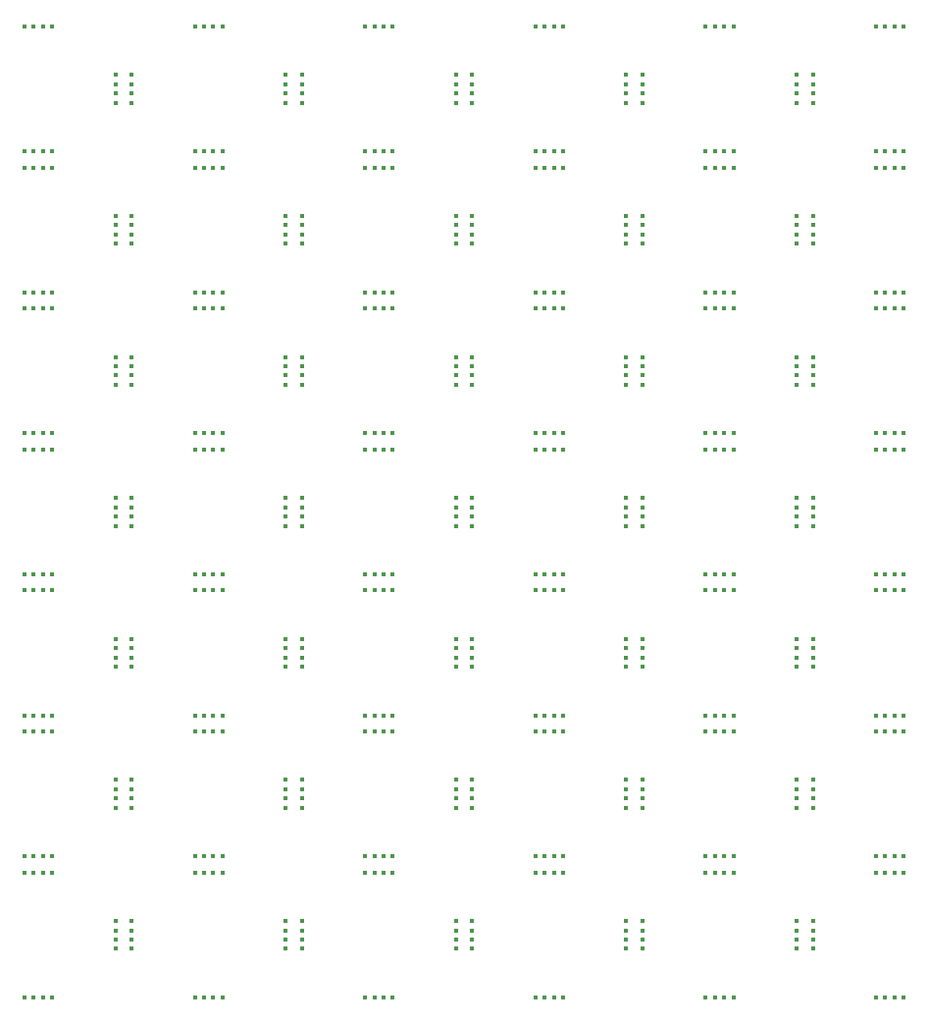
<source format=gbr>
%TF.GenerationSoftware,KiCad,Pcbnew,7.0.10-7.0.10~ubuntu22.04.1*%
%TF.CreationDate,2024-02-05T19:49:33+01:00*%
%TF.ProjectId,ManhattanPanels-SOIC8,4d616e68-6174-4746-916e-50616e656c73,rev?*%
%TF.SameCoordinates,Original*%
%TF.FileFunction,Soldermask,Bot*%
%TF.FilePolarity,Negative*%
%FSLAX46Y46*%
G04 Gerber Fmt 4.6, Leading zero omitted, Abs format (unit mm)*
G04 Created by KiCad (PCBNEW 7.0.10-7.0.10~ubuntu22.04.1) date 2024-02-05 19:49:33*
%MOMM*%
%LPD*%
G01*
G04 APERTURE LIST*
%ADD10C,0.400000*%
G04 APERTURE END LIST*
D10*
%TO.C,KiKit_MB_117_3*%
X126849978Y-99259622D03*
%TD*%
%TO.C,KiKit_MB_139_1*%
X125249978Y-111419508D03*
%TD*%
%TO.C,KiKit_MB_45_3*%
X118400000Y-57000000D03*
%TD*%
%TO.C,KiKit_MB_51_2*%
X126049978Y-62779565D03*
%TD*%
%TO.C,KiKit_MB_94_3*%
X126050000Y-76340000D03*
%TD*%
%TO.C,KiKit_MB_49_2*%
X133100000Y-57800000D03*
%TD*%
%TO.C,KiKit_MB_97_1*%
X147800000Y-82920000D03*
%TD*%
%TO.C,KiKit_MB_109_2*%
X185650000Y-76340000D03*
%TD*%
%TO.C,KiKit_MB_21_1*%
X186450000Y-27700000D03*
%TD*%
%TO.C,KiKit_MB_148_1*%
X163900515Y-104839972D03*
%TD*%
%TO.C,KiKit_MB_28_1*%
X127650000Y-39860000D03*
%TD*%
%TO.C,KiKit_MB_51_4*%
X127649978Y-62779678D03*
%TD*%
%TO.C,KiKit_MB_114_3*%
X119800369Y-94279972D03*
%TD*%
%TO.C,KiKit_MB_46_4*%
X110550000Y-52020000D03*
%TD*%
%TO.C,KiKit_MB_133_1*%
X118400000Y-107240000D03*
%TD*%
%TO.C,KiKit_MB_115_4*%
X133100000Y-92680000D03*
%TD*%
%TO.C,KiKit_MB_120_1*%
X142350000Y-88500000D03*
%TD*%
%TO.C,KiKit_MB_6_3*%
X126050000Y-27700000D03*
%TD*%
%TO.C,KiKit_MB_121_3*%
X141549978Y-99259622D03*
%TD*%
%TO.C,KiKit_MB_28_4*%
X125250000Y-39860000D03*
%TD*%
%TO.C,KiKit_MB_57_4*%
X162500000Y-56200000D03*
%TD*%
%TO.C,KiKit_MB_17_2*%
X177200000Y-33480000D03*
%TD*%
%TO.C,KiKit_MB_31_1*%
X147800000Y-46440000D03*
%TD*%
%TO.C,KiKit_MB_120_4*%
X139950000Y-88500000D03*
%TD*%
%TO.C,KiKit_MB_73_2*%
X126049978Y-74939565D03*
%TD*%
%TO.C,KiKit_MB_20_1*%
X178600515Y-31879973D03*
%TD*%
%TO.C,KiKit_MB_144_2*%
X149200442Y-105639972D03*
%TD*%
%TO.C,KiKit_MB_151_2*%
X170149978Y-111419565D03*
%TD*%
%TO.C,KiKit_MB_60_4*%
X163900296Y-58599972D03*
%TD*%
%TO.C,KiKit_MB_53_4*%
X147800000Y-56200000D03*
%TD*%
%TO.C,KiKit_MB_44_4*%
X186449978Y-50619678D03*
%TD*%
%TO.C,KiKit_MB_46_2*%
X112150000Y-52020000D03*
%TD*%
%TO.C,KiKit_MB_147_1*%
X154649978Y-111419508D03*
%TD*%
%TO.C,KiKit_MB_55_1*%
X139949978Y-62779508D03*
%TD*%
%TO.C,KiKit_MB_61_1*%
X177200000Y-58600000D03*
%TD*%
%TO.C,KiKit_MB_79_1*%
X162500000Y-70760000D03*
%TD*%
%TO.C,KiKit_MB_88_1*%
X184049978Y-74939508D03*
%TD*%
%TO.C,KiKit_MB_139_2*%
X126049978Y-111419565D03*
%TD*%
%TO.C,KiKit_MB_78_1*%
X149200515Y-68359972D03*
%TD*%
%TO.C,KiKit_MB_147_2*%
X155449978Y-111419565D03*
%TD*%
%TO.C,KiKit_MB_99_2*%
X140749978Y-87099565D03*
%TD*%
%TO.C,KiKit_MB_113_2*%
X111349979Y-99259565D03*
%TD*%
%TO.C,KiKit_MB_50_2*%
X126850000Y-52020000D03*
%TD*%
%TO.C,KiKit_MB_150_1*%
X171750000Y-100660000D03*
%TD*%
%TO.C,KiKit_MB_78_2*%
X149200442Y-69159972D03*
%TD*%
%TO.C,KiKit_MB_13_1*%
X162500000Y-34280000D03*
%TD*%
%TO.C,KiKit_MB_105_3*%
X177200000Y-81320000D03*
%TD*%
%TO.C,KiKit_MB_74_2*%
X134500442Y-69159972D03*
%TD*%
%TO.C,KiKit_MB_37_1*%
X154649978Y-50619508D03*
%TD*%
%TO.C,KiKit_MB_25_3*%
X112149978Y-50619622D03*
%TD*%
%TO.C,KiKit_MB_152_1*%
X178600515Y-104839972D03*
%TD*%
%TO.C,KiKit_MB_82_3*%
X163900369Y-69959972D03*
%TD*%
%TO.C,KiKit_MB_8_1*%
X134500515Y-31879973D03*
%TD*%
%TO.C,KiKit_MB_66_4*%
X186449978Y-62779678D03*
%TD*%
%TO.C,KiKit_MB_26_1*%
X119800515Y-44039972D03*
%TD*%
%TO.C,KiKit_MB_17_1*%
X177200000Y-34280000D03*
%TD*%
%TO.C,KiKit_MB_104_2*%
X163900442Y-81319972D03*
%TD*%
%TO.C,KiKit_MB_35_1*%
X162500000Y-46440000D03*
%TD*%
%TO.C,KiKit_MB_28_2*%
X126850000Y-39860000D03*
%TD*%
%TO.C,KiKit_MB_30_4*%
X134500296Y-46439972D03*
%TD*%
%TO.C,KiKit_MB_119_3*%
X147800000Y-93480000D03*
%TD*%
%TO.C,KiKit_MB_154_3*%
X185649978Y-111419622D03*
%TD*%
%TO.C,KiKit_MB_76_4*%
X139950000Y-64180000D03*
%TD*%
%TO.C,KiKit_MB_71_1*%
X133100000Y-70760000D03*
%TD*%
%TO.C,KiKit_MB_15_4*%
X157049978Y-38459678D03*
%TD*%
%TO.C,KiKit_MB_63_3*%
X170949978Y-62779622D03*
%TD*%
%TO.C,KiKit_MB_76_2*%
X141550000Y-64180000D03*
%TD*%
%TO.C,KiKit_MB_149_1*%
X177200000Y-107240000D03*
%TD*%
%TO.C,KiKit_MB_77_2*%
X140749978Y-74939565D03*
%TD*%
%TO.C,KiKit_MB_23_1*%
X118400000Y-46440000D03*
%TD*%
%TO.C,KiKit_MB_98_2*%
X141550000Y-76340000D03*
%TD*%
%TO.C,KiKit_MB_145_2*%
X162500000Y-106440000D03*
%TD*%
%TO.C,KiKit_MB_42_4*%
X178600296Y-46439972D03*
%TD*%
%TO.C,KiKit_MB_148_4*%
X163900296Y-107239972D03*
%TD*%
%TO.C,KiKit_MB_125_2*%
X155449978Y-99259565D03*
%TD*%
%TO.C,KiKit_MB_127_3*%
X177200000Y-93480000D03*
%TD*%
%TO.C,KiKit_MB_23_3*%
X118400000Y-44840000D03*
%TD*%
%TO.C,KiKit_MB_7_1*%
X125249978Y-38459508D03*
%TD*%
%TO.C,KiKit_MB_32_2*%
X141550000Y-39860000D03*
%TD*%
%TO.C,KiKit_MB_143_1*%
X139949978Y-111419508D03*
%TD*%
%TO.C,KiKit_MB_21_4*%
X184050000Y-27700000D03*
%TD*%
%TO.C,KiKit_MB_134_1*%
X112950000Y-100660000D03*
%TD*%
%TO.C,KiKit_MB_13_2*%
X162500000Y-33480000D03*
%TD*%
%TO.C,KiKit_MB_73_1*%
X125249978Y-74939508D03*
%TD*%
%TO.C,KiKit_MB_104_4*%
X163900296Y-82919972D03*
%TD*%
%TO.C,KiKit_MB_88_2*%
X184849978Y-74939565D03*
%TD*%
%TO.C,KiKit_MB_24_2*%
X112150000Y-39860000D03*
%TD*%
%TO.C,KiKit_MB_117_2*%
X126049978Y-99259565D03*
%TD*%
%TO.C,KiKit_MB_151_4*%
X171749978Y-111419678D03*
%TD*%
%TO.C,KiKit_MB_127_4*%
X177200000Y-92680000D03*
%TD*%
%TO.C,KiKit_MB_13_4*%
X162500000Y-31880000D03*
%TD*%
%TO.C,KiKit_MB_27_1*%
X133100000Y-46440000D03*
%TD*%
%TO.C,KiKit_MB_154_4*%
X186449978Y-111419678D03*
%TD*%
%TO.C,KiKit_MB_116_4*%
X125250000Y-88500000D03*
%TD*%
%TO.C,KiKit_MB_22_2*%
X184849978Y-38459565D03*
%TD*%
%TO.C,KiKit_MB_77_4*%
X142349978Y-74939678D03*
%TD*%
%TO.C,KiKit_MB_75_2*%
X147800000Y-69960000D03*
%TD*%
%TO.C,KiKit_MB_75_3*%
X147800000Y-69160000D03*
%TD*%
%TO.C,KiKit_MB_116_3*%
X126050000Y-88500000D03*
%TD*%
%TO.C,KiKit_MB_20_3*%
X178600369Y-33479972D03*
%TD*%
%TO.C,KiKit_MB_71_4*%
X133100000Y-68360000D03*
%TD*%
%TO.C,KiKit_MB_145_3*%
X162500000Y-105640000D03*
%TD*%
%TO.C,KiKit_MB_14_1*%
X157050000Y-27700000D03*
%TD*%
%TO.C,KiKit_MB_35_3*%
X162500000Y-44840000D03*
%TD*%
%TO.C,KiKit_MB_31_3*%
X147800000Y-44840000D03*
%TD*%
%TO.C,KiKit_MB_57_3*%
X162500000Y-57000000D03*
%TD*%
%TO.C,KiKit_MB_3_4*%
X112949978Y-38459678D03*
%TD*%
%TO.C,KiKit_MB_11_4*%
X142349978Y-38459678D03*
%TD*%
%TO.C,KiKit_MB_99_3*%
X141549978Y-87099622D03*
%TD*%
%TO.C,KiKit_MB_18_2*%
X170950000Y-27700000D03*
%TD*%
%TO.C,KiKit_MB_79_4*%
X162500000Y-68360000D03*
%TD*%
%TO.C,KiKit_MB_52_3*%
X134500369Y-57799972D03*
%TD*%
%TO.C,KiKit_MB_143_2*%
X140749978Y-111419565D03*
%TD*%
%TO.C,KiKit_MB_112_1*%
X112950000Y-88500000D03*
%TD*%
%TO.C,KiKit_MB_123_3*%
X162500000Y-93480000D03*
%TD*%
%TO.C,KiKit_MB_89_1*%
X118400000Y-82920000D03*
%TD*%
%TO.C,KiKit_MB_64_1*%
X178600515Y-56199972D03*
%TD*%
%TO.C,KiKit_MB_68_3*%
X111350000Y-64180000D03*
%TD*%
%TO.C,KiKit_MB_123_2*%
X162500000Y-94280000D03*
%TD*%
%TO.C,KiKit_MB_102_4*%
X154650000Y-76340000D03*
%TD*%
%TO.C,KiKit_MB_99_4*%
X142349978Y-87099678D03*
%TD*%
%TO.C,KiKit_MB_57_1*%
X162500000Y-58600000D03*
%TD*%
%TO.C,KiKit_MB_47_2*%
X111349979Y-62779565D03*
%TD*%
%TO.C,KiKit_MB_36_1*%
X157050000Y-39860000D03*
%TD*%
%TO.C,KiKit_MB_29_3*%
X126849978Y-50619622D03*
%TD*%
%TO.C,KiKit_MB_98_1*%
X142350000Y-76340000D03*
%TD*%
%TO.C,KiKit_MB_47_1*%
X110549979Y-62779508D03*
%TD*%
%TO.C,KiKit_MB_34_2*%
X149200442Y-44839972D03*
%TD*%
%TO.C,KiKit_MB_73_3*%
X126849978Y-74939622D03*
%TD*%
%TO.C,KiKit_MB_129_4*%
X171749978Y-99259678D03*
%TD*%
%TO.C,KiKit_MB_43_4*%
X184050000Y-39860000D03*
%TD*%
%TO.C,KiKit_MB_153_2*%
X185650000Y-100660000D03*
%TD*%
%TO.C,KiKit_MB_2_2*%
X112150000Y-27700000D03*
%TD*%
%TO.C,KiKit_MB_22_1*%
X184049978Y-38459508D03*
%TD*%
%TO.C,KiKit_MB_52_1*%
X134500515Y-56199972D03*
%TD*%
%TO.C,KiKit_MB_77_1*%
X139949978Y-74939508D03*
%TD*%
%TO.C,KiKit_MB_101_3*%
X162500000Y-81320000D03*
%TD*%
%TO.C,KiKit_MB_89_3*%
X118400000Y-81320000D03*
%TD*%
%TO.C,KiKit_MB_91_4*%
X112949978Y-87099678D03*
%TD*%
%TO.C,KiKit_MB_24_1*%
X112950000Y-39860000D03*
%TD*%
%TO.C,KiKit_MB_21_3*%
X184850000Y-27700000D03*
%TD*%
%TO.C,KiKit_MB_14_4*%
X154650000Y-27700000D03*
%TD*%
%TO.C,KiKit_MB_70_1*%
X119800515Y-68359972D03*
%TD*%
%TO.C,KiKit_MB_112_2*%
X112150000Y-88500000D03*
%TD*%
%TO.C,KiKit_MB_26_4*%
X119800296Y-46439972D03*
%TD*%
%TO.C,KiKit_MB_128_3*%
X170150000Y-88500000D03*
%TD*%
%TO.C,KiKit_MB_54_2*%
X141550000Y-52020000D03*
%TD*%
%TO.C,KiKit_MB_32_3*%
X140750000Y-39860000D03*
%TD*%
%TO.C,KiKit_MB_123_1*%
X162500000Y-95080000D03*
%TD*%
%TO.C,KiKit_MB_120_2*%
X141550000Y-88500000D03*
%TD*%
%TO.C,KiKit_MB_83_4*%
X177200000Y-68360000D03*
%TD*%
%TO.C,KiKit_MB_114_4*%
X119800296Y-95079972D03*
%TD*%
%TO.C,KiKit_MB_55_2*%
X140749978Y-62779565D03*
%TD*%
%TO.C,KiKit_MB_113_4*%
X112949978Y-99259678D03*
%TD*%
%TO.C,KiKit_MB_5_4*%
X133100000Y-31880000D03*
%TD*%
%TO.C,KiKit_MB_100_2*%
X149200442Y-81319972D03*
%TD*%
%TO.C,KiKit_MB_52_4*%
X134500296Y-58599972D03*
%TD*%
%TO.C,KiKit_MB_82_1*%
X163900515Y-68359972D03*
%TD*%
%TO.C,KiKit_MB_39_4*%
X177200000Y-44040000D03*
%TD*%
%TO.C,KiKit_MB_116_2*%
X126850000Y-88500000D03*
%TD*%
%TO.C,KiKit_MB_92_4*%
X119800296Y-82919972D03*
%TD*%
%TO.C,KiKit_MB_109_3*%
X184850000Y-76340000D03*
%TD*%
%TO.C,KiKit_MB_132_4*%
X186449978Y-99259678D03*
%TD*%
%TO.C,KiKit_MB_127_1*%
X177200000Y-95080000D03*
%TD*%
%TO.C,KiKit_MB_40_1*%
X171750000Y-39860000D03*
%TD*%
%TO.C,KiKit_MB_7_4*%
X127649978Y-38459678D03*
%TD*%
%TO.C,KiKit_MB_18_1*%
X171750000Y-27700000D03*
%TD*%
%TO.C,KiKit_MB_70_3*%
X119800369Y-69959972D03*
%TD*%
%TO.C,KiKit_MB_89_2*%
X118400000Y-82120000D03*
%TD*%
%TO.C,KiKit_MB_3_3*%
X112149978Y-38459622D03*
%TD*%
%TO.C,KiKit_MB_104_3*%
X163900369Y-82119972D03*
%TD*%
%TO.C,KiKit_MB_150_2*%
X170950000Y-100660000D03*
%TD*%
%TO.C,KiKit_MB_23_4*%
X118400000Y-44040000D03*
%TD*%
%TO.C,KiKit_MB_129_3*%
X170949978Y-99259622D03*
%TD*%
%TO.C,KiKit_MB_35_4*%
X162500000Y-44040000D03*
%TD*%
%TO.C,KiKit_MB_2_1*%
X112950000Y-27700000D03*
%TD*%
%TO.C,KiKit_MB_38_3*%
X163900369Y-45639972D03*
%TD*%
%TO.C,KiKit_MB_69_2*%
X111349979Y-74939565D03*
%TD*%
%TO.C,KiKit_MB_19_4*%
X171749978Y-38459678D03*
%TD*%
%TO.C,KiKit_MB_72_4*%
X125250000Y-64180000D03*
%TD*%
%TO.C,KiKit_MB_119_1*%
X147800000Y-95080000D03*
%TD*%
%TO.C,KiKit_MB_87_4*%
X184050000Y-64180000D03*
%TD*%
%TO.C,KiKit_MB_1_3*%
X118400000Y-32680000D03*
%TD*%
%TO.C,KiKit_MB_93_3*%
X133100000Y-81320000D03*
%TD*%
%TO.C,KiKit_MB_36_3*%
X155450000Y-39860000D03*
%TD*%
%TO.C,KiKit_MB_82_2*%
X163900442Y-69159972D03*
%TD*%
%TO.C,KiKit_MB_111_1*%
X118400000Y-95080000D03*
%TD*%
%TO.C,KiKit_MB_118_2*%
X134500442Y-93479972D03*
%TD*%
%TO.C,KiKit_MB_65_4*%
X184050000Y-52020000D03*
%TD*%
%TO.C,KiKit_MB_39_3*%
X177200000Y-44840000D03*
%TD*%
%TO.C,KiKit_MB_12_4*%
X149200296Y-34279972D03*
%TD*%
%TO.C,KiKit_MB_101_2*%
X162500000Y-82120000D03*
%TD*%
%TO.C,KiKit_MB_40_3*%
X170150000Y-39860000D03*
%TD*%
%TO.C,KiKit_MB_117_1*%
X125249978Y-99259508D03*
%TD*%
%TO.C,KiKit_MB_10_3*%
X140750000Y-27700000D03*
%TD*%
%TO.C,KiKit_MB_48_3*%
X119800369Y-57799972D03*
%TD*%
%TO.C,KiKit_MB_107_2*%
X170149978Y-87099565D03*
%TD*%
%TO.C,KiKit_MB_10_2*%
X141550000Y-27700000D03*
%TD*%
%TO.C,KiKit_MB_137_3*%
X133100000Y-105640000D03*
%TD*%
%TO.C,KiKit_MB_86_3*%
X178600369Y-69959972D03*
%TD*%
%TO.C,KiKit_MB_16_3*%
X163900369Y-33479972D03*
%TD*%
%TO.C,KiKit_MB_14_2*%
X156250000Y-27700000D03*
%TD*%
%TO.C,KiKit_MB_61_2*%
X177200000Y-57800000D03*
%TD*%
%TO.C,KiKit_MB_42_3*%
X178600369Y-45639972D03*
%TD*%
%TO.C,KiKit_MB_54_1*%
X142350000Y-52020000D03*
%TD*%
%TO.C,KiKit_MB_106_3*%
X170150000Y-76340000D03*
%TD*%
%TO.C,KiKit_MB_29_4*%
X127649978Y-50619678D03*
%TD*%
%TO.C,KiKit_MB_31_4*%
X147800000Y-44040000D03*
%TD*%
%TO.C,KiKit_MB_24_3*%
X111350000Y-39860000D03*
%TD*%
%TO.C,KiKit_MB_125_1*%
X154649978Y-99259508D03*
%TD*%
%TO.C,KiKit_MB_135_4*%
X112949978Y-111419678D03*
%TD*%
%TO.C,KiKit_MB_86_2*%
X178600442Y-69159972D03*
%TD*%
%TO.C,KiKit_MB_96_3*%
X134500369Y-82119972D03*
%TD*%
%TO.C,KiKit_MB_152_4*%
X178600296Y-107239972D03*
%TD*%
%TO.C,KiKit_MB_141_2*%
X147800000Y-106440000D03*
%TD*%
%TO.C,KiKit_MB_36_4*%
X154650000Y-39860000D03*
%TD*%
%TO.C,KiKit_MB_1_4*%
X118400000Y-31880000D03*
%TD*%
%TO.C,KiKit_MB_41_1*%
X169349978Y-50619508D03*
%TD*%
%TO.C,KiKit_MB_101_4*%
X162500000Y-80520000D03*
%TD*%
%TO.C,KiKit_MB_39_1*%
X177200000Y-46440000D03*
%TD*%
%TO.C,KiKit_MB_138_1*%
X127650000Y-100660000D03*
%TD*%
%TO.C,KiKit_MB_75_1*%
X147800000Y-70760000D03*
%TD*%
%TO.C,KiKit_MB_103_3*%
X156249978Y-87099622D03*
%TD*%
%TO.C,KiKit_MB_121_1*%
X139949978Y-99259508D03*
%TD*%
%TO.C,KiKit_MB_5_2*%
X133100000Y-33480000D03*
%TD*%
%TO.C,KiKit_MB_1_2*%
X118400000Y-33480000D03*
%TD*%
%TO.C,KiKit_MB_69_4*%
X112949978Y-74939678D03*
%TD*%
%TO.C,KiKit_MB_137_4*%
X133100000Y-104840000D03*
%TD*%
%TO.C,KiKit_MB_32_4*%
X139950000Y-39860000D03*
%TD*%
%TO.C,KiKit_MB_33_3*%
X141549978Y-50619622D03*
%TD*%
%TO.C,KiKit_MB_31_2*%
X147800000Y-45640000D03*
%TD*%
%TO.C,KiKit_MB_137_2*%
X133100000Y-106440000D03*
%TD*%
%TO.C,KiKit_MB_115_3*%
X133100000Y-93480000D03*
%TD*%
%TO.C,KiKit_MB_67_3*%
X118400000Y-69160000D03*
%TD*%
%TO.C,KiKit_MB_96_4*%
X134500296Y-82919972D03*
%TD*%
%TO.C,KiKit_MB_9_4*%
X147800000Y-31880000D03*
%TD*%
%TO.C,KiKit_MB_11_3*%
X141549978Y-38459622D03*
%TD*%
%TO.C,KiKit_MB_38_4*%
X163900296Y-46439972D03*
%TD*%
%TO.C,KiKit_MB_87_3*%
X184850000Y-64180000D03*
%TD*%
%TO.C,KiKit_MB_141_1*%
X147800000Y-107240000D03*
%TD*%
%TO.C,KiKit_MB_66_2*%
X184849978Y-62779565D03*
%TD*%
%TO.C,KiKit_MB_27_3*%
X133100000Y-44840000D03*
%TD*%
%TO.C,KiKit_MB_30_2*%
X134500442Y-44839972D03*
%TD*%
%TO.C,KiKit_MB_81_3*%
X156249978Y-74939622D03*
%TD*%
%TO.C,KiKit_MB_107_3*%
X170949978Y-87099622D03*
%TD*%
%TO.C,KiKit_MB_114_2*%
X119800442Y-93479972D03*
%TD*%
%TO.C,KiKit_MB_85_4*%
X171749978Y-74939678D03*
%TD*%
%TO.C,KiKit_MB_95_3*%
X126849978Y-87099622D03*
%TD*%
%TO.C,KiKit_MB_34_1*%
X149200515Y-44039972D03*
%TD*%
%TO.C,KiKit_MB_131_1*%
X186450000Y-88500000D03*
%TD*%
%TO.C,KiKit_MB_140_2*%
X134500442Y-105639972D03*
%TD*%
%TO.C,KiKit_MB_93_4*%
X133100000Y-80520000D03*
%TD*%
%TO.C,KiKit_MB_64_3*%
X178600369Y-57799972D03*
%TD*%
%TO.C,KiKit_MB_122_1*%
X149200515Y-92679972D03*
%TD*%
%TO.C,KiKit_MB_55_3*%
X141549978Y-62779622D03*
%TD*%
%TO.C,KiKit_MB_76_1*%
X142350000Y-64180000D03*
%TD*%
%TO.C,KiKit_MB_41_4*%
X171749978Y-50619678D03*
%TD*%
%TO.C,KiKit_MB_66_3*%
X185649978Y-62779622D03*
%TD*%
%TO.C,KiKit_MB_134_4*%
X110550000Y-100660000D03*
%TD*%
%TO.C,KiKit_MB_44_1*%
X184049978Y-50619508D03*
%TD*%
%TO.C,KiKit_MB_27_4*%
X133100000Y-44040000D03*
%TD*%
%TO.C,KiKit_MB_50_1*%
X127650000Y-52020000D03*
%TD*%
%TO.C,KiKit_MB_46_3*%
X111350000Y-52020000D03*
%TD*%
%TO.C,KiKit_MB_63_1*%
X169349978Y-62779508D03*
%TD*%
%TO.C,KiKit_MB_36_2*%
X156250000Y-39860000D03*
%TD*%
%TO.C,KiKit_MB_96_2*%
X134500442Y-81319972D03*
%TD*%
%TO.C,KiKit_MB_15_2*%
X155449978Y-38459565D03*
%TD*%
%TO.C,KiKit_MB_22_4*%
X186449978Y-38459678D03*
%TD*%
%TO.C,KiKit_MB_60_2*%
X163900442Y-56999972D03*
%TD*%
%TO.C,KiKit_MB_144_4*%
X149200296Y-107239972D03*
%TD*%
%TO.C,KiKit_MB_56_4*%
X149200296Y-58599972D03*
%TD*%
%TO.C,KiKit_MB_72_2*%
X126850000Y-64180000D03*
%TD*%
%TO.C,KiKit_MB_66_1*%
X184049978Y-62779508D03*
%TD*%
%TO.C,KiKit_MB_147_4*%
X157049978Y-111419678D03*
%TD*%
%TO.C,KiKit_MB_111_3*%
X118400000Y-93480000D03*
%TD*%
%TO.C,KiKit_MB_18_3*%
X170150000Y-27700000D03*
%TD*%
%TO.C,KiKit_MB_139_4*%
X127649978Y-111419678D03*
%TD*%
%TO.C,KiKit_MB_95_4*%
X127649978Y-87099678D03*
%TD*%
%TO.C,KiKit_MB_62_1*%
X171750000Y-52020000D03*
%TD*%
%TO.C,KiKit_MB_132_3*%
X185649978Y-99259622D03*
%TD*%
%TO.C,KiKit_MB_103_1*%
X154649978Y-87099508D03*
%TD*%
%TO.C,KiKit_MB_19_2*%
X170149978Y-38459565D03*
%TD*%
%TO.C,KiKit_MB_56_1*%
X149200515Y-56199972D03*
%TD*%
%TO.C,KiKit_MB_33_1*%
X139949978Y-50619508D03*
%TD*%
%TO.C,KiKit_MB_136_2*%
X119800442Y-105639972D03*
%TD*%
%TO.C,KiKit_MB_103_2*%
X155449978Y-87099565D03*
%TD*%
%TO.C,KiKit_MB_145_4*%
X162500000Y-104840000D03*
%TD*%
%TO.C,KiKit_MB_8_4*%
X134500296Y-34279972D03*
%TD*%
%TO.C,KiKit_MB_134_2*%
X112150000Y-100660000D03*
%TD*%
%TO.C,KiKit_MB_22_3*%
X185649978Y-38459622D03*
%TD*%
%TO.C,KiKit_MB_62_2*%
X170950000Y-52020000D03*
%TD*%
%TO.C,KiKit_MB_146_1*%
X157050000Y-100660000D03*
%TD*%
%TO.C,KiKit_MB_1_1*%
X118400000Y-34280000D03*
%TD*%
%TO.C,KiKit_MB_10_4*%
X139950000Y-27700000D03*
%TD*%
%TO.C,KiKit_MB_54_4*%
X139950000Y-52020000D03*
%TD*%
%TO.C,KiKit_MB_98_4*%
X139950000Y-76340000D03*
%TD*%
%TO.C,KiKit_MB_104_1*%
X163900515Y-80519972D03*
%TD*%
%TO.C,KiKit_MB_88_3*%
X185649978Y-74939622D03*
%TD*%
%TO.C,KiKit_MB_65_1*%
X186450000Y-52020000D03*
%TD*%
%TO.C,KiKit_MB_84_1*%
X171750000Y-64180000D03*
%TD*%
%TO.C,KiKit_MB_97_4*%
X147800000Y-80520000D03*
%TD*%
%TO.C,KiKit_MB_71_3*%
X133100000Y-69160000D03*
%TD*%
%TO.C,KiKit_MB_50_4*%
X125250000Y-52020000D03*
%TD*%
%TO.C,KiKit_MB_81_1*%
X154649978Y-74939508D03*
%TD*%
%TO.C,KiKit_MB_29_1*%
X125249978Y-50619508D03*
%TD*%
%TO.C,KiKit_MB_146_4*%
X154650000Y-100660000D03*
%TD*%
%TO.C,KiKit_MB_101_1*%
X162500000Y-82920000D03*
%TD*%
%TO.C,KiKit_MB_142_1*%
X142350000Y-100660000D03*
%TD*%
%TO.C,KiKit_MB_107_4*%
X171749978Y-87099678D03*
%TD*%
%TO.C,KiKit_MB_53_2*%
X147800000Y-57800000D03*
%TD*%
%TO.C,KiKit_MB_55_4*%
X142349978Y-62779678D03*
%TD*%
%TO.C,KiKit_MB_23_2*%
X118400000Y-45640000D03*
%TD*%
%TO.C,KiKit_MB_90_1*%
X112950000Y-76340000D03*
%TD*%
%TO.C,KiKit_MB_146_2*%
X156250000Y-100660000D03*
%TD*%
%TO.C,KiKit_MB_135_1*%
X110549979Y-111419508D03*
%TD*%
%TO.C,KiKit_MB_90_2*%
X112150000Y-76340000D03*
%TD*%
%TO.C,KiKit_MB_68_1*%
X112950000Y-64180000D03*
%TD*%
%TO.C,KiKit_MB_121_4*%
X142349978Y-99259678D03*
%TD*%
%TO.C,KiKit_MB_129_1*%
X169349978Y-99259508D03*
%TD*%
%TO.C,KiKit_MB_15_1*%
X154649978Y-38459508D03*
%TD*%
%TO.C,KiKit_MB_125_4*%
X157049978Y-99259678D03*
%TD*%
%TO.C,KiKit_MB_125_3*%
X156249978Y-99259622D03*
%TD*%
%TO.C,KiKit_MB_20_2*%
X178600442Y-32679973D03*
%TD*%
%TO.C,KiKit_MB_25_1*%
X110549979Y-50619508D03*
%TD*%
%TO.C,KiKit_MB_93_1*%
X133100000Y-82920000D03*
%TD*%
%TO.C,KiKit_MB_150_4*%
X169350000Y-100660000D03*
%TD*%
%TO.C,KiKit_MB_12_2*%
X149200442Y-32679973D03*
%TD*%
%TO.C,KiKit_MB_150_3*%
X170150000Y-100660000D03*
%TD*%
%TO.C,KiKit_MB_49_1*%
X133100000Y-58600000D03*
%TD*%
%TO.C,KiKit_MB_41_3*%
X170949978Y-50619622D03*
%TD*%
%TO.C,KiKit_MB_83_3*%
X177200000Y-69160000D03*
%TD*%
%TO.C,KiKit_MB_131_4*%
X184050000Y-88500000D03*
%TD*%
%TO.C,KiKit_MB_25_2*%
X111349979Y-50619565D03*
%TD*%
%TO.C,KiKit_MB_105_2*%
X177200000Y-82120000D03*
%TD*%
%TO.C,KiKit_MB_133_2*%
X118400000Y-106440000D03*
%TD*%
%TO.C,KiKit_MB_84_2*%
X170950000Y-64180000D03*
%TD*%
%TO.C,KiKit_MB_40_2*%
X170950000Y-39860000D03*
%TD*%
%TO.C,KiKit_MB_48_1*%
X119800515Y-56199972D03*
%TD*%
%TO.C,KiKit_MB_128_2*%
X170950000Y-88500000D03*
%TD*%
%TO.C,KiKit_MB_131_3*%
X184850000Y-88500000D03*
%TD*%
%TO.C,KiKit_MB_74_1*%
X134500515Y-68359972D03*
%TD*%
%TO.C,KiKit_MB_152_2*%
X178600442Y-105639972D03*
%TD*%
%TO.C,KiKit_MB_138_4*%
X125250000Y-100660000D03*
%TD*%
%TO.C,KiKit_MB_130_4*%
X178600296Y-95079972D03*
%TD*%
%TO.C,KiKit_MB_72_1*%
X127650000Y-64180000D03*
%TD*%
%TO.C,KiKit_MB_137_1*%
X133100000Y-107240000D03*
%TD*%
%TO.C,KiKit_MB_146_3*%
X155450000Y-100660000D03*
%TD*%
%TO.C,KiKit_MB_53_3*%
X147800000Y-57000000D03*
%TD*%
%TO.C,KiKit_MB_59_3*%
X156249978Y-62779622D03*
%TD*%
%TO.C,KiKit_MB_11_2*%
X140749978Y-38459565D03*
%TD*%
%TO.C,KiKit_MB_44_2*%
X184849978Y-50619565D03*
%TD*%
%TO.C,KiKit_MB_5_3*%
X133100000Y-32680000D03*
%TD*%
%TO.C,KiKit_MB_111_2*%
X118400000Y-94280000D03*
%TD*%
%TO.C,KiKit_MB_120_3*%
X140750000Y-88500000D03*
%TD*%
%TO.C,KiKit_MB_112_4*%
X110550000Y-88500000D03*
%TD*%
%TO.C,KiKit_MB_4_2*%
X119800442Y-32679973D03*
%TD*%
%TO.C,KiKit_MB_135_2*%
X111349979Y-111419565D03*
%TD*%
%TO.C,KiKit_MB_87_1*%
X186450000Y-64180000D03*
%TD*%
%TO.C,KiKit_MB_121_2*%
X140749978Y-99259565D03*
%TD*%
%TO.C,KiKit_MB_50_3*%
X126050000Y-52020000D03*
%TD*%
%TO.C,KiKit_MB_100_4*%
X149200296Y-82919972D03*
%TD*%
%TO.C,KiKit_MB_111_4*%
X118400000Y-92680000D03*
%TD*%
%TO.C,KiKit_MB_136_4*%
X119800296Y-107239972D03*
%TD*%
%TO.C,KiKit_MB_115_2*%
X133100000Y-94280000D03*
%TD*%
%TO.C,KiKit_MB_61_3*%
X177200000Y-57000000D03*
%TD*%
%TO.C,KiKit_MB_81_2*%
X155449978Y-74939565D03*
%TD*%
%TO.C,KiKit_MB_106_1*%
X171750000Y-76340000D03*
%TD*%
%TO.C,KiKit_MB_46_1*%
X112950000Y-52020000D03*
%TD*%
%TO.C,KiKit_MB_105_4*%
X177200000Y-80520000D03*
%TD*%
%TO.C,KiKit_MB_59_1*%
X154649978Y-62779508D03*
%TD*%
%TO.C,KiKit_MB_154_1*%
X184049978Y-111419508D03*
%TD*%
%TO.C,KiKit_MB_61_4*%
X177200000Y-56200000D03*
%TD*%
%TO.C,KiKit_MB_82_4*%
X163900296Y-70759972D03*
%TD*%
%TO.C,KiKit_MB_24_4*%
X110550000Y-39860000D03*
%TD*%
%TO.C,KiKit_MB_11_1*%
X139949978Y-38459508D03*
%TD*%
%TO.C,KiKit_MB_42_2*%
X178600442Y-44839972D03*
%TD*%
%TO.C,KiKit_MB_126_1*%
X163900515Y-92679972D03*
%TD*%
%TO.C,KiKit_MB_97_2*%
X147800000Y-82120000D03*
%TD*%
%TO.C,KiKit_MB_85_1*%
X169349978Y-74939508D03*
%TD*%
%TO.C,KiKit_MB_38_2*%
X163900442Y-44839972D03*
%TD*%
%TO.C,KiKit_MB_76_3*%
X140750000Y-64180000D03*
%TD*%
%TO.C,KiKit_MB_63_4*%
X171749978Y-62779678D03*
%TD*%
%TO.C,KiKit_MB_100_3*%
X149200369Y-82119972D03*
%TD*%
%TO.C,KiKit_MB_41_2*%
X170149978Y-50619565D03*
%TD*%
%TO.C,KiKit_MB_89_4*%
X118400000Y-80520000D03*
%TD*%
%TO.C,KiKit_MB_49_4*%
X133100000Y-56200000D03*
%TD*%
%TO.C,KiKit_MB_116_1*%
X127650000Y-88500000D03*
%TD*%
%TO.C,KiKit_MB_99_1*%
X139949978Y-87099508D03*
%TD*%
%TO.C,KiKit_MB_140_1*%
X134500515Y-104839972D03*
%TD*%
%TO.C,KiKit_MB_88_4*%
X186449978Y-74939678D03*
%TD*%
%TO.C,KiKit_MB_54_3*%
X140750000Y-52020000D03*
%TD*%
%TO.C,KiKit_MB_64_2*%
X178600442Y-56999972D03*
%TD*%
%TO.C,KiKit_MB_78_4*%
X149200296Y-70759972D03*
%TD*%
%TO.C,KiKit_MB_95_2*%
X126049978Y-87099565D03*
%TD*%
%TO.C,KiKit_MB_56_3*%
X149200369Y-57799972D03*
%TD*%
%TO.C,KiKit_MB_81_4*%
X157049978Y-74939678D03*
%TD*%
%TO.C,KiKit_MB_136_3*%
X119800369Y-106439972D03*
%TD*%
%TO.C,KiKit_MB_140_3*%
X134500369Y-106439972D03*
%TD*%
%TO.C,KiKit_MB_42_1*%
X178600515Y-44039972D03*
%TD*%
%TO.C,KiKit_MB_153_1*%
X186450000Y-100660000D03*
%TD*%
%TO.C,KiKit_MB_64_4*%
X178600296Y-58599972D03*
%TD*%
%TO.C,KiKit_MB_115_1*%
X133100000Y-95080000D03*
%TD*%
%TO.C,KiKit_MB_80_2*%
X156250000Y-64180000D03*
%TD*%
%TO.C,KiKit_MB_149_2*%
X177200000Y-106440000D03*
%TD*%
%TO.C,KiKit_MB_33_2*%
X140749978Y-50619565D03*
%TD*%
%TO.C,KiKit_MB_128_1*%
X171750000Y-88500000D03*
%TD*%
%TO.C,KiKit_MB_149_3*%
X177200000Y-105640000D03*
%TD*%
%TO.C,KiKit_MB_124_4*%
X154650000Y-88500000D03*
%TD*%
%TO.C,KiKit_MB_59_2*%
X155449978Y-62779565D03*
%TD*%
%TO.C,KiKit_MB_67_1*%
X118400000Y-70760000D03*
%TD*%
%TO.C,KiKit_MB_118_1*%
X134500515Y-92679972D03*
%TD*%
%TO.C,KiKit_MB_91_3*%
X112149978Y-87099622D03*
%TD*%
%TO.C,KiKit_MB_108_1*%
X178600515Y-80519972D03*
%TD*%
%TO.C,KiKit_MB_91_2*%
X111349979Y-87099565D03*
%TD*%
%TO.C,KiKit_MB_84_4*%
X169350000Y-64180000D03*
%TD*%
%TO.C,KiKit_MB_119_2*%
X147800000Y-94280000D03*
%TD*%
%TO.C,KiKit_MB_14_3*%
X155450000Y-27700000D03*
%TD*%
%TO.C,KiKit_MB_124_3*%
X155450000Y-88500000D03*
%TD*%
%TO.C,KiKit_MB_48_4*%
X119800296Y-58599972D03*
%TD*%
%TO.C,KiKit_MB_86_1*%
X178600515Y-68359972D03*
%TD*%
%TO.C,KiKit_MB_84_3*%
X170150000Y-64180000D03*
%TD*%
%TO.C,KiKit_MB_107_1*%
X169349978Y-87099508D03*
%TD*%
%TO.C,KiKit_MB_142_3*%
X140750000Y-100660000D03*
%TD*%
%TO.C,KiKit_MB_60_1*%
X163900515Y-56199972D03*
%TD*%
%TO.C,KiKit_MB_144_3*%
X149200369Y-106439972D03*
%TD*%
%TO.C,KiKit_MB_113_1*%
X110549979Y-99259508D03*
%TD*%
%TO.C,KiKit_MB_15_3*%
X156249978Y-38459622D03*
%TD*%
%TO.C,KiKit_MB_143_3*%
X141549978Y-111419622D03*
%TD*%
%TO.C,KiKit_MB_108_3*%
X178600369Y-82119972D03*
%TD*%
%TO.C,KiKit_MB_58_4*%
X154650000Y-52020000D03*
%TD*%
%TO.C,KiKit_MB_58_2*%
X156250000Y-52020000D03*
%TD*%
%TO.C,KiKit_MB_34_4*%
X149200296Y-46439972D03*
%TD*%
%TO.C,KiKit_MB_114_1*%
X119800515Y-92679972D03*
%TD*%
%TO.C,KiKit_MB_3_1*%
X110549979Y-38459508D03*
%TD*%
%TO.C,KiKit_MB_68_2*%
X112150000Y-64180000D03*
%TD*%
%TO.C,KiKit_MB_94_2*%
X126850000Y-76340000D03*
%TD*%
%TO.C,KiKit_MB_143_4*%
X142349978Y-111419678D03*
%TD*%
%TO.C,KiKit_MB_119_4*%
X147800000Y-92680000D03*
%TD*%
%TO.C,KiKit_MB_58_1*%
X157050000Y-52020000D03*
%TD*%
%TO.C,KiKit_MB_49_3*%
X133100000Y-57000000D03*
%TD*%
%TO.C,KiKit_MB_94_1*%
X127650000Y-76340000D03*
%TD*%
%TO.C,KiKit_MB_51_3*%
X126849978Y-62779622D03*
%TD*%
%TO.C,KiKit_MB_85_3*%
X170949978Y-74939622D03*
%TD*%
%TO.C,KiKit_MB_8_3*%
X134500369Y-33479972D03*
%TD*%
%TO.C,KiKit_MB_47_3*%
X112149978Y-62779622D03*
%TD*%
%TO.C,KiKit_MB_97_3*%
X147800000Y-81320000D03*
%TD*%
%TO.C,KiKit_MB_37_4*%
X157049978Y-50619678D03*
%TD*%
%TO.C,KiKit_MB_103_4*%
X157049978Y-87099678D03*
%TD*%
%TO.C,KiKit_MB_126_4*%
X163900296Y-95079972D03*
%TD*%
%TO.C,KiKit_MB_71_2*%
X133100000Y-69960000D03*
%TD*%
%TO.C,KiKit_MB_110_4*%
X186449978Y-87099678D03*
%TD*%
%TO.C,KiKit_MB_123_4*%
X162500000Y-92680000D03*
%TD*%
%TO.C,KiKit_MB_148_3*%
X163900369Y-106439972D03*
%TD*%
%TO.C,KiKit_MB_80_1*%
X157050000Y-64180000D03*
%TD*%
%TO.C,KiKit_MB_4_3*%
X119800369Y-33479972D03*
%TD*%
%TO.C,KiKit_MB_56_2*%
X149200442Y-56999972D03*
%TD*%
%TO.C,KiKit_MB_16_2*%
X163900442Y-32679973D03*
%TD*%
%TO.C,KiKit_MB_145_1*%
X162500000Y-107240000D03*
%TD*%
%TO.C,KiKit_MB_90_4*%
X110550000Y-76340000D03*
%TD*%
%TO.C,KiKit_MB_47_4*%
X112949978Y-62779678D03*
%TD*%
%TO.C,KiKit_MB_110_1*%
X184049978Y-87099508D03*
%TD*%
%TO.C,KiKit_MB_19_3*%
X170949978Y-38459622D03*
%TD*%
%TO.C,KiKit_MB_60_3*%
X163900369Y-57799972D03*
%TD*%
%TO.C,KiKit_MB_32_1*%
X142350000Y-39860000D03*
%TD*%
%TO.C,KiKit_MB_108_4*%
X178600296Y-82919972D03*
%TD*%
%TO.C,KiKit_MB_72_3*%
X126050000Y-64180000D03*
%TD*%
%TO.C,KiKit_MB_2_3*%
X111350000Y-27700000D03*
%TD*%
%TO.C,KiKit_MB_138_2*%
X126850000Y-100660000D03*
%TD*%
%TO.C,KiKit_MB_74_4*%
X134500296Y-70759972D03*
%TD*%
%TO.C,KiKit_MB_29_2*%
X126049978Y-50619565D03*
%TD*%
%TO.C,KiKit_MB_35_2*%
X162500000Y-45640000D03*
%TD*%
%TO.C,KiKit_MB_142_2*%
X141550000Y-100660000D03*
%TD*%
%TO.C,KiKit_MB_86_4*%
X178600296Y-70759972D03*
%TD*%
%TO.C,KiKit_MB_67_4*%
X118400000Y-68360000D03*
%TD*%
%TO.C,KiKit_MB_18_4*%
X169350000Y-27700000D03*
%TD*%
%TO.C,KiKit_MB_92_2*%
X119800442Y-81319972D03*
%TD*%
%TO.C,KiKit_MB_78_3*%
X149200369Y-69959972D03*
%TD*%
%TO.C,KiKit_MB_33_4*%
X142349978Y-50619678D03*
%TD*%
%TO.C,KiKit_MB_17_3*%
X177200000Y-32680000D03*
%TD*%
%TO.C,KiKit_MB_153_3*%
X184850000Y-100660000D03*
%TD*%
%TO.C,KiKit_MB_83_1*%
X177200000Y-70760000D03*
%TD*%
%TO.C,KiKit_MB_113_3*%
X112149978Y-99259622D03*
%TD*%
%TO.C,KiKit_MB_3_2*%
X111349979Y-38459565D03*
%TD*%
%TO.C,KiKit_MB_48_2*%
X119800442Y-56999972D03*
%TD*%
%TO.C,KiKit_MB_5_1*%
X133100000Y-34280000D03*
%TD*%
%TO.C,KiKit_MB_124_2*%
X156250000Y-88500000D03*
%TD*%
%TO.C,KiKit_MB_37_2*%
X155449978Y-50619565D03*
%TD*%
%TO.C,KiKit_MB_65_2*%
X185650000Y-52020000D03*
%TD*%
%TO.C,KiKit_MB_110_3*%
X185649978Y-87099622D03*
%TD*%
%TO.C,KiKit_MB_4_1*%
X119800515Y-31879973D03*
%TD*%
%TO.C,KiKit_MB_92_3*%
X119800369Y-82119972D03*
%TD*%
%TO.C,KiKit_MB_142_4*%
X139950000Y-100660000D03*
%TD*%
%TO.C,KiKit_MB_16_1*%
X163900515Y-31879973D03*
%TD*%
%TO.C,KiKit_MB_26_3*%
X119800369Y-45639972D03*
%TD*%
%TO.C,KiKit_MB_127_2*%
X177200000Y-94280000D03*
%TD*%
%TO.C,KiKit_MB_19_1*%
X169349978Y-38459508D03*
%TD*%
%TO.C,KiKit_MB_128_4*%
X169350000Y-88500000D03*
%TD*%
%TO.C,KiKit_MB_132_1*%
X184049978Y-99259508D03*
%TD*%
%TO.C,KiKit_MB_135_3*%
X112149978Y-111419622D03*
%TD*%
%TO.C,KiKit_MB_70_4*%
X119800296Y-70759972D03*
%TD*%
%TO.C,KiKit_MB_85_2*%
X170149978Y-74939565D03*
%TD*%
%TO.C,KiKit_MB_118_4*%
X134500296Y-95079972D03*
%TD*%
%TO.C,KiKit_MB_95_1*%
X125249978Y-87099508D03*
%TD*%
%TO.C,KiKit_MB_130_2*%
X178600442Y-93479972D03*
%TD*%
%TO.C,KiKit_MB_134_3*%
X111350000Y-100660000D03*
%TD*%
%TO.C,KiKit_MB_117_4*%
X127649978Y-99259678D03*
%TD*%
%TO.C,KiKit_MB_122_2*%
X149200442Y-93479972D03*
%TD*%
%TO.C,KiKit_MB_132_2*%
X184849978Y-99259565D03*
%TD*%
%TO.C,KiKit_MB_131_2*%
X185650000Y-88500000D03*
%TD*%
%TO.C,KiKit_MB_139_3*%
X126849978Y-111419622D03*
%TD*%
%TO.C,KiKit_MB_7_3*%
X126849978Y-38459622D03*
%TD*%
%TO.C,KiKit_MB_124_1*%
X157050000Y-88500000D03*
%TD*%
%TO.C,KiKit_MB_69_1*%
X110549979Y-74939508D03*
%TD*%
%TO.C,KiKit_MB_152_3*%
X178600369Y-106439972D03*
%TD*%
%TO.C,KiKit_MB_65_3*%
X184850000Y-52020000D03*
%TD*%
%TO.C,KiKit_MB_129_2*%
X170149978Y-99259565D03*
%TD*%
%TO.C,KiKit_MB_105_1*%
X177200000Y-82920000D03*
%TD*%
%TO.C,KiKit_MB_25_4*%
X112949978Y-50619678D03*
%TD*%
%TO.C,KiKit_MB_148_2*%
X163900442Y-105639972D03*
%TD*%
%TO.C,KiKit_MB_67_2*%
X118400000Y-69960000D03*
%TD*%
%TO.C,KiKit_MB_28_3*%
X126050000Y-39860000D03*
%TD*%
%TO.C,KiKit_MB_77_3*%
X141549978Y-74939622D03*
%TD*%
%TO.C,KiKit_MB_21_2*%
X185650000Y-27700000D03*
%TD*%
%TO.C,KiKit_MB_141_4*%
X147800000Y-104840000D03*
%TD*%
%TO.C,KiKit_MB_100_1*%
X149200515Y-80519972D03*
%TD*%
%TO.C,KiKit_MB_147_3*%
X156249978Y-111419622D03*
%TD*%
%TO.C,KiKit_MB_79_3*%
X162500000Y-69160000D03*
%TD*%
%TO.C,KiKit_MB_102_3*%
X155450000Y-76340000D03*
%TD*%
%TO.C,KiKit_MB_94_4*%
X125250000Y-76340000D03*
%TD*%
%TO.C,KiKit_MB_87_2*%
X185650000Y-64180000D03*
%TD*%
%TO.C,KiKit_MB_39_2*%
X177200000Y-45640000D03*
%TD*%
%TO.C,KiKit_MB_57_2*%
X162500000Y-57800000D03*
%TD*%
%TO.C,KiKit_MB_130_3*%
X178600369Y-94279972D03*
%TD*%
%TO.C,KiKit_MB_102_1*%
X157050000Y-76340000D03*
%TD*%
%TO.C,KiKit_MB_37_3*%
X156249978Y-50619622D03*
%TD*%
%TO.C,KiKit_MB_30_1*%
X134500515Y-44039972D03*
%TD*%
%TO.C,KiKit_MB_126_2*%
X163900442Y-93479972D03*
%TD*%
%TO.C,KiKit_MB_58_3*%
X155450000Y-52020000D03*
%TD*%
%TO.C,KiKit_MB_26_2*%
X119800442Y-44839972D03*
%TD*%
%TO.C,KiKit_MB_45_2*%
X118400000Y-57800000D03*
%TD*%
%TO.C,KiKit_MB_110_2*%
X184849978Y-87099565D03*
%TD*%
%TO.C,KiKit_MB_9_3*%
X147800000Y-32680000D03*
%TD*%
%TO.C,KiKit_MB_9_1*%
X147800000Y-34280000D03*
%TD*%
%TO.C,KiKit_MB_96_1*%
X134500515Y-80519972D03*
%TD*%
%TO.C,KiKit_MB_20_4*%
X178600296Y-34279972D03*
%TD*%
%TO.C,KiKit_MB_80_4*%
X154650000Y-64180000D03*
%TD*%
%TO.C,KiKit_MB_17_4*%
X177200000Y-31880000D03*
%TD*%
%TO.C,KiKit_MB_109_4*%
X184050000Y-76340000D03*
%TD*%
%TO.C,KiKit_MB_73_4*%
X127649978Y-74939678D03*
%TD*%
%TO.C,KiKit_MB_102_2*%
X156250000Y-76340000D03*
%TD*%
%TO.C,KiKit_MB_151_3*%
X170949978Y-111419622D03*
%TD*%
%TO.C,KiKit_MB_6_2*%
X126850000Y-27700000D03*
%TD*%
%TO.C,KiKit_MB_133_3*%
X118400000Y-105640000D03*
%TD*%
%TO.C,KiKit_MB_154_2*%
X184849978Y-111419565D03*
%TD*%
%TO.C,KiKit_MB_122_4*%
X149200296Y-95079972D03*
%TD*%
%TO.C,KiKit_MB_7_2*%
X126049978Y-38459565D03*
%TD*%
%TO.C,KiKit_MB_90_3*%
X111350000Y-76340000D03*
%TD*%
%TO.C,KiKit_MB_6_1*%
X127650000Y-27700000D03*
%TD*%
%TO.C,KiKit_MB_83_2*%
X177200000Y-69960000D03*
%TD*%
%TO.C,KiKit_MB_38_1*%
X163900515Y-44039972D03*
%TD*%
%TO.C,KiKit_MB_9_2*%
X147800000Y-33480000D03*
%TD*%
%TO.C,KiKit_MB_118_3*%
X134500369Y-94279972D03*
%TD*%
%TO.C,KiKit_MB_69_3*%
X112149978Y-74939622D03*
%TD*%
%TO.C,KiKit_MB_63_2*%
X170149978Y-62779565D03*
%TD*%
%TO.C,KiKit_MB_93_2*%
X133100000Y-82120000D03*
%TD*%
%TO.C,KiKit_MB_122_3*%
X149200369Y-94279972D03*
%TD*%
%TO.C,KiKit_MB_144_1*%
X149200515Y-104839972D03*
%TD*%
%TO.C,KiKit_MB_149_4*%
X177200000Y-104840000D03*
%TD*%
%TO.C,KiKit_MB_126_3*%
X163900369Y-94279972D03*
%TD*%
%TO.C,KiKit_MB_45_1*%
X118400000Y-58600000D03*
%TD*%
%TO.C,KiKit_MB_6_4*%
X125250000Y-27700000D03*
%TD*%
%TO.C,KiKit_MB_45_4*%
X118400000Y-56200000D03*
%TD*%
%TO.C,KiKit_MB_130_1*%
X178600515Y-92679972D03*
%TD*%
%TO.C,KiKit_MB_43_2*%
X185650000Y-39860000D03*
%TD*%
%TO.C,KiKit_MB_74_3*%
X134500369Y-69959972D03*
%TD*%
%TO.C,KiKit_MB_106_2*%
X170950000Y-76340000D03*
%TD*%
%TO.C,KiKit_MB_153_4*%
X184050000Y-100660000D03*
%TD*%
%TO.C,KiKit_MB_133_4*%
X118400000Y-104840000D03*
%TD*%
%TO.C,KiKit_MB_136_1*%
X119800515Y-104839972D03*
%TD*%
%TO.C,KiKit_MB_53_1*%
X147800000Y-58600000D03*
%TD*%
%TO.C,KiKit_MB_12_1*%
X149200515Y-31879973D03*
%TD*%
%TO.C,KiKit_MB_43_1*%
X186450000Y-39860000D03*
%TD*%
%TO.C,KiKit_MB_34_3*%
X149200369Y-45639972D03*
%TD*%
%TO.C,KiKit_MB_12_3*%
X149200369Y-33479972D03*
%TD*%
%TO.C,KiKit_MB_106_4*%
X169350000Y-76340000D03*
%TD*%
%TO.C,KiKit_MB_27_2*%
X133100000Y-45640000D03*
%TD*%
%TO.C,KiKit_MB_75_4*%
X147800000Y-68360000D03*
%TD*%
%TO.C,KiKit_MB_92_1*%
X119800515Y-80519972D03*
%TD*%
%TO.C,KiKit_MB_43_3*%
X184850000Y-39860000D03*
%TD*%
%TO.C,KiKit_MB_70_2*%
X119800442Y-69159972D03*
%TD*%
%TO.C,KiKit_MB_4_4*%
X119800296Y-34279972D03*
%TD*%
%TO.C,KiKit_MB_51_1*%
X125249978Y-62779508D03*
%TD*%
%TO.C,KiKit_MB_8_2*%
X134500442Y-32679973D03*
%TD*%
%TO.C,KiKit_MB_10_1*%
X142350000Y-27700000D03*
%TD*%
%TO.C,KiKit_MB_151_1*%
X169349978Y-111419508D03*
%TD*%
%TO.C,KiKit_MB_52_2*%
X134500442Y-56999972D03*
%TD*%
%TO.C,KiKit_MB_138_3*%
X126050000Y-100660000D03*
%TD*%
%TO.C,KiKit_MB_44_3*%
X185649978Y-50619622D03*
%TD*%
%TO.C,KiKit_MB_109_1*%
X186450000Y-76340000D03*
%TD*%
%TO.C,KiKit_MB_141_3*%
X147800000Y-105640000D03*
%TD*%
%TO.C,KiKit_MB_40_4*%
X169350000Y-39860000D03*
%TD*%
%TO.C,KiKit_MB_80_3*%
X155450000Y-64180000D03*
%TD*%
%TO.C,KiKit_MB_98_3*%
X140750000Y-76340000D03*
%TD*%
%TO.C,KiKit_MB_79_2*%
X162500000Y-69960000D03*
%TD*%
%TO.C,KiKit_MB_112_3*%
X111350000Y-88500000D03*
%TD*%
%TO.C,KiKit_MB_16_4*%
X163900296Y-34279972D03*
%TD*%
%TO.C,KiKit_MB_62_3*%
X170150000Y-52020000D03*
%TD*%
%TO.C,KiKit_MB_59_4*%
X157049978Y-62779678D03*
%TD*%
%TO.C,KiKit_MB_30_3*%
X134500369Y-45639972D03*
%TD*%
%TO.C,KiKit_MB_68_4*%
X110550000Y-64180000D03*
%TD*%
%TO.C,KiKit_MB_2_4*%
X110550000Y-27700000D03*
%TD*%
%TO.C,KiKit_MB_140_4*%
X134500296Y-107239972D03*
%TD*%
%TO.C,KiKit_MB_13_3*%
X162500000Y-32680000D03*
%TD*%
%TO.C,KiKit_MB_108_2*%
X178600442Y-81319972D03*
%TD*%
%TO.C,KiKit_MB_62_4*%
X169350000Y-52020000D03*
%TD*%
%TO.C,KiKit_MB_91_1*%
X110549979Y-87099508D03*
%TD*%
M02*

</source>
